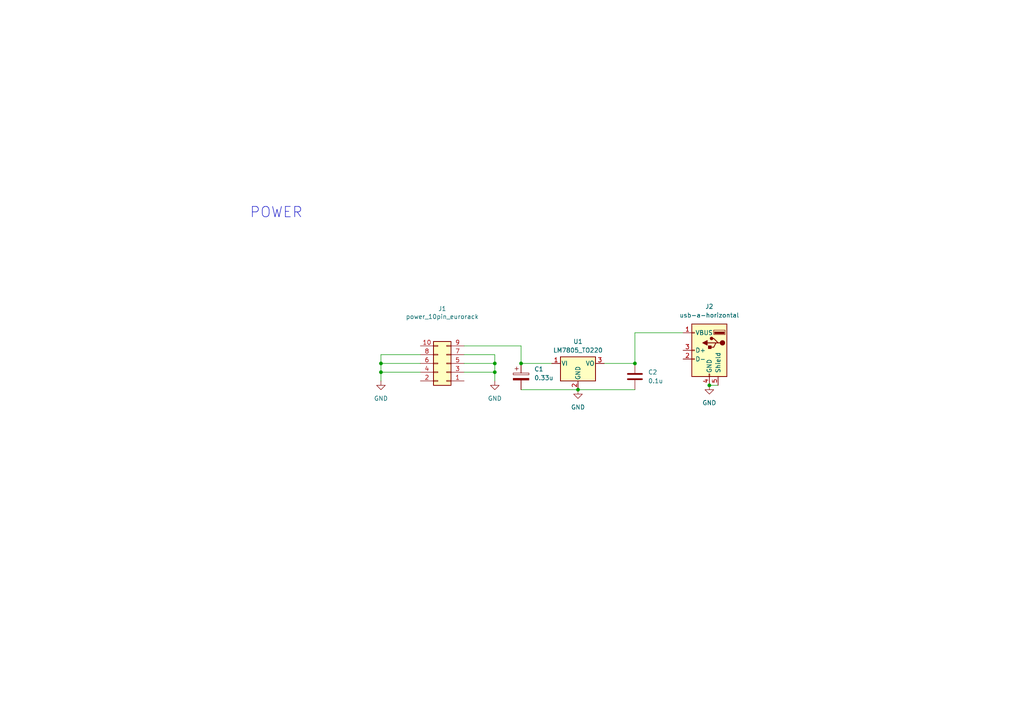
<source format=kicad_sch>
(kicad_sch (version 20231120) (generator "eeschema") (generator_version "8.0")
  (paper "A4")
  (lib_symbols
    (symbol "Connector:USB_A" (pin_names (offset 1.016))
      (property "Reference" "J" (at -5.08 11.43 0))
      (property "Value" "USB_A" (at -5.08 8.89 0))
      (symbol "USB_A_0_1"
        (rectangle (start -5.08 -7.62) (end 5.08 7.62) (stroke (width 0.254)) (fill (type background)))
        (circle (center -3.81 2.159) (radius 0.635) (stroke (width 0.254)) (fill (type outline)))
        (rectangle (start -1.524 4.826) (end -4.318 5.334) (fill (type outline)))
        (rectangle (start -1.27 4.572) (end -4.572 5.842))
        (circle (center -0.635 3.429) (radius 0.381) (stroke (width 0.254)) (fill (type outline)))
        (rectangle (start -0.127 -7.62) (end 0.127 -6.858))
        (polyline (pts (xy -3.175 2.159) (xy -2.54 2.159) (xy -1.27 3.429) (xy -0.635 3.429)) (stroke (width 0.254)))
        (polyline (pts (xy -2.54 2.159) (xy -1.905 2.159) (xy -1.27 0.889) (xy 0 0.889)) (stroke (width 0.254)))
        (polyline (pts (xy 0.635 2.794) (xy 0.635 1.524) (xy 1.905 2.159) (xy 0.635 2.794)) (stroke (width 0.254)) (fill (type outline)))
        (rectangle (start 0.254 1.27) (end -0.508 0.508) (stroke (width 0.254)) (fill (type outline)))
        (rectangle (start 5.08 -2.667) (end 4.318 -2.413))
        (rectangle (start 5.08 -0.127) (end 4.318 0.127))
        (rectangle (start 5.08 4.953) (end 4.318 5.207))
      )
      (symbol "USB_A_1_1"
        (polyline (pts (xy -1.905 2.159) (xy 0.635 2.159)) (stroke (width 0.254)))
        (pin power_in line (at 7.62 5.08 180) (length 2.54) (name "VBUS") (number "1"))
        (pin bidirectional line (at 7.62 -2.54 180) (length 2.54) (name "D-") (number "2"))
        (pin bidirectional line (at 7.62 0 180) (length 2.54) (name "D+") (number "3"))
        (pin power_in line (at 0 -10.16 90) (length 2.54) (name "GND") (number "4"))
        (pin passive line (at -2.54 -10.16 90) (length 2.54) (name "Shield") (number "5"))
      )
    )
    (symbol "Connector_Generic:Conn_02x05_Odd_Even" (pin_names (offset 1.016) hide)
      (property "Reference" "J" (at 1.27 7.62 0))
      (property "Value" "Conn_02x05_Odd_Even" (at 1.27 -7.62 0))
      (symbol "Conn_02x05_Odd_Even_1_1"
        (rectangle (start -1.27 -4.953) (end 0 -5.207) (stroke (width 0.1524)))
        (rectangle (start -1.27 -2.413) (end 0 -2.667) (stroke (width 0.1524)))
        (rectangle (start -1.27 0.127) (end 0 -0.127) (stroke (width 0.1524)))
        (rectangle (start -1.27 2.667) (end 0 2.413) (stroke (width 0.1524)))
        (rectangle (start -1.27 5.207) (end 0 4.953) (stroke (width 0.1524)))
        (rectangle (start -1.27 6.35) (end 3.81 -6.35) (stroke (width 0.254)) (fill (type background)))
        (rectangle (start 3.81 -4.953) (end 2.54 -5.207) (stroke (width 0.1524)))
        (rectangle (start 3.81 -2.413) (end 2.54 -2.667) (stroke (width 0.1524)))
        (rectangle (start 3.81 0.127) (end 2.54 -0.127) (stroke (width 0.1524)))
        (rectangle (start 3.81 2.667) (end 2.54 2.413) (stroke (width 0.1524)))
        (rectangle (start 3.81 5.207) (end 2.54 4.953) (stroke (width 0.1524)))
        (pin passive line (at -5.08 5.08 0) (length 3.81) (name "Pin_1") (number "1"))
        (pin passive line (at 7.62 -5.08 180) (length 3.81) (name "Pin_10") (number "10"))
        (pin passive line (at 7.62 5.08 180) (length 3.81) (name "Pin_2") (number "2"))
        (pin passive line (at -5.08 2.54 0) (length 3.81) (name "Pin_3") (number "3"))
        (pin passive line (at 7.62 2.54 180) (length 3.81) (name "Pin_4") (number "4"))
        (pin passive line (at -5.08 0 0) (length 3.81) (name "Pin_5") (number "5"))
        (pin passive line (at 7.62 0 180) (length 3.81) (name "Pin_6") (number "6"))
        (pin passive line (at -5.08 -2.54 0) (length 3.81) (name "Pin_7") (number "7"))
        (pin passive line (at 7.62 -2.54 180) (length 3.81) (name "Pin_8") (number "8"))
        (pin passive line (at -5.08 -5.08 0) (length 3.81) (name "Pin_9") (number "9"))
      )
    )
    (symbol "Device:C" (pin_numbers hide) (pin_names (offset 0.254))
      (property "Reference" "C" (at 0.635 2.54 0))
      (property "Value" "C" (at 0.635 -2.54 0))
      (symbol "C_0_1"
        (polyline (pts (xy -2.032 -0.762) (xy 2.032 -0.762)) (stroke (width 0.508)))
        (polyline (pts (xy -2.032 0.762) (xy 2.032 0.762)) (stroke (width 0.508)))
      )
      (symbol "C_1_1"
        (pin passive line (at 0 3.81 270) (length 2.794) (name "~") (number "1"))
        (pin passive line (at 0 -3.81 90) (length 2.794) (name "~") (number "2"))
      )
    )
    (symbol "Device:C_Polarized" (pin_numbers hide) (pin_names (offset 0.254))
      (property "Reference" "C" (at 0.635 2.54 0))
      (property "Value" "C_Polarized" (at 0.635 -2.54 0))
      (symbol "C_Polarized_0_1"
        (rectangle (start -2.286 0.508) (end 2.286 1.016))
        (polyline (pts (xy -1.778 2.286) (xy -0.762 2.286)))
        (polyline (pts (xy -1.27 2.794) (xy -1.27 1.778)))
        (rectangle (start 2.286 -0.508) (end -2.286 -1.016) (fill (type outline)))
      )
      (symbol "C_Polarized_1_1"
        (pin passive line (at 0 3.81 270) (length 2.794) (name "~") (number "1"))
        (pin passive line (at 0 -3.81 90) (length 2.794) (name "~") (number "2"))
      )
    )
    (symbol "Regulator_Linear:LM7805_TO220" (pin_names (offset 0.254))
      (property "Reference" "U" (at -3.81 3.175 0))
      (property "Value" "LM7805_TO220" (at 0 3.175 0))
      (symbol "LM7805_TO220_0_1"
        (rectangle (start -5.08 1.905) (end 5.08 -5.08) (stroke (width 0.254)) (fill (type background)))
      )
      (symbol "LM7805_TO220_1_1"
        (pin power_in line (at -7.62 0 0) (length 2.54) (name "VI") (number "1"))
        (pin power_in line (at 0 -7.62 90) (length 2.54) (name "GND") (number "2"))
        (pin power_out line (at 7.62 0 180) (length 2.54) (name "VO") (number "3"))
      )
    )
    (symbol "power:GND" (power) (pin_numbers hide) (pin_names (offset 0) hide)
      (property "Value" "GND" (at 0 -3.81 0))
      (symbol "GND_0_1"
        (polyline (pts (xy 0 0) (xy 0 -1.27) (xy 1.27 -1.27) (xy 0 -2.54) (xy -1.27 -1.27) (xy 0 -1.27)))
      )
      (symbol "GND_1_1"
        (pin power_in line (at 0 0 270) (length 0) (name "~") (number "1"))
      )
    )
  )
  (junction (at 151.13 105.41))
  (junction (at 143.51 105.41))
  (junction (at 110.49 105.41))
  (junction (at 110.49 107.95))
  (junction (at 205.74 111.76))
  (junction (at 143.51 107.95))
  (junction (at 167.64 113.03))
  (junction (at 184.15 105.41))
  (wire (pts (xy 167.64 113.03) (xy 184.15 113.03)))
  (wire (pts (xy 175.26 105.41) (xy 184.15 105.41)))
  (wire (pts (xy 134.62 100.33) (xy 151.13 100.33)))
  (wire (pts (xy 151.13 113.03) (xy 167.64 113.03)))
  (wire (pts (xy 110.49 107.95) (xy 121.92 107.95)))
  (wire (pts (xy 143.51 105.41) (xy 143.51 102.87)))
  (wire (pts (xy 151.13 100.33) (xy 151.13 105.41)))
  (wire (pts (xy 110.49 107.95) (xy 110.49 110.49)))
  (wire (pts (xy 208.28 111.76) (xy 205.74 111.76)))
  (wire (pts (xy 198.12 96.52) (xy 184.15 96.52)))
  (wire (pts (xy 143.51 102.87) (xy 134.62 102.87)))
  (wire (pts (xy 134.62 107.95) (xy 143.51 107.95)))
  (wire (pts (xy 121.92 102.87) (xy 110.49 102.87)))
  (wire (pts (xy 184.15 96.52) (xy 184.15 105.41)))
  (wire (pts (xy 110.49 102.87) (xy 110.49 105.41)))
  (wire (pts (xy 110.49 105.41) (xy 121.92 105.41)))
  (wire (pts (xy 143.51 110.49) (xy 143.51 107.95)))
  (wire (pts (xy 151.13 105.41) (xy 160.02 105.41)))
  (wire (pts (xy 134.62 105.41) (xy 143.51 105.41)))
  (wire (pts (xy 110.49 105.41) (xy 110.49 107.95)))
  (wire (pts (xy 143.51 107.95) (xy 143.51 105.41)))
  (text "POWER" (at 72.39 63.5 0) (effects (font (size 3 3)) (justify left bottom)))
  (symbol (lib_id "power:GND") (at 205.74 111.76 0) (mirror y) (unit 1)
    (property "Reference" "#PWR03" (effects (hide yes)))
    (property "Value" "GND" (at 205.74 116.84 0))
    (property "Description" "Power symbol creates a global label with name \"GND\" , ground" (effects (hide yes)))
  )
  (symbol (lib_id "Device:C") (at 184.15 109.22 0) (unit 1)
    (property "Reference" "C2" (at 187.96 107.9499 0) (effects (justify left)))
    (property "Value" "0.1u" (at 187.96 110.4899 0) (effects (justify left)))
    (property "Footprint" "Capacitor_THT:C_Disc_D5.0mm_W2.5mm_P5.00mm" (effects (hide yes)))
    (property "Description" "Unpolarized capacitor" (effects (hide yes)))
  )
  (symbol (lib_id "power:GND") (at 110.49 110.49 0) (unit 1)
    (property "Reference" "#PWR02" (effects (hide yes)))
    (property "Value" "GND" (at 110.49 115.57 0))
    (property "Description" "Power symbol creates a global label with name \"GND\" , ground" (effects (hide yes)))
  )
  (symbol (lib_id "Device:C_Polarized") (at 151.13 109.22 0) (unit 1)
    (property "Reference" "C1" (at 154.94 107.0609 0) (effects (justify left)))
    (property "Value" "0.33u" (at 154.94 109.6009 0) (effects (justify left)))
    (property "Footprint" "Capacitor_THT:C_Disc_D5.0mm_W2.5mm_P5.00mm" (effects (hide yes)))
    (property "Description" "Polarized capacitor" (effects (hide yes)))
  )
  (symbol (lib_id "Connector_Generic:Conn_02x05_Odd_Even") (at 129.54 105.41 180) (unit 1)
    (property "Reference" "J1" (at 128.27 89.535 0))
    (property "Value" "power_10pin_eurorack" (at 128.27 91.8464 0))
    (property "Footprint" "Connector_IDC:IDC-Header_2x05_P2.54mm_Vertical" (effects (hide yes)))
    (property "Description" "Generic connector, double row, 02x05, odd/even pin numbering scheme (row 1 odd numbers, row 2 even numbers), script generated (kicad-library-utils/schlib/autogen/connector/)" (effects (hide yes)))
  )
  (symbol (lib_id "power:GND") (at 143.51 110.49 0) (unit 1)
    (property "Reference" "#PWR01" (effects (hide yes)))
    (property "Value" "GND" (at 143.51 115.57 0))
    (property "Description" "Power symbol creates a global label with name \"GND\" , ground" (effects (hide yes)))
  )
  (symbol (lib_id "power:GND") (at 167.64 113.03 0) (unit 1)
    (property "Reference" "#PWR04" (effects (hide yes)))
    (property "Value" "GND" (at 167.64 118.11 0))
    (property "Description" "Power symbol creates a global label with name \"GND\" , ground" (effects (hide yes)))
  )
  (symbol (lib_id "Regulator_Linear:LM7805_TO220") (at 167.64 105.41 0) (unit 1)
    (property "Reference" "U1" (at 167.64 99.06 0))
    (property "Value" "LM7805_TO220" (at 167.64 101.6 0))
    (property "Footprint" "Package_TO_SOT_THT:TO-220F-3_Horizontal_TabDown" (effects (hide yes)))
    (property "Datasheet" "https://www.onsemi.cn/PowerSolutions/document/MC7800-D.PDF" (effects (hide yes)))
    (property "Description" "Positive 1A 35V Linear Regulator, Fixed Output 5V, TO-220" (effects (hide yes)))
  )
  (symbol (lib_id "Connector:USB_A") (at 205.74 101.6 0) (mirror y) (unit 1)
    (property "Reference" "J2" (at 205.74 88.9 0))
    (property "Value" "usb-a-horizontal" (at 205.74 91.44 0))
    (property "Footprint" "Connector_USB:USB_A_CONNFLY_DS1095-WNR0" (effects (hide yes)))
    (property "Datasheet" " ~" (effects (hide yes)))
  )
)
</source>
